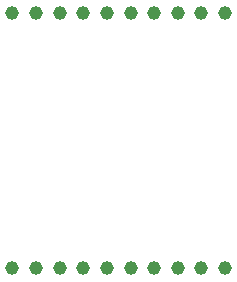
<source format=gbs>
G04 (created by PCBNEW (22-Jun-2014 BZR 4027)-stable) date Sat 31 Oct 2015 03:00:43 PM EET*
%MOIN*%
G04 Gerber Fmt 3.4, Leading zero omitted, Abs format*
%FSLAX34Y34*%
G01*
G70*
G90*
G04 APERTURE LIST*
%ADD10C,0.00590551*%
%ADD11C,0.0452756*%
G04 APERTURE END LIST*
G54D10*
G54D11*
X44423Y-38096D03*
X43635Y-38096D03*
X42848Y-38096D03*
X42061Y-38096D03*
X41273Y-38096D03*
X40486Y-38096D03*
X39698Y-38096D03*
X38911Y-38096D03*
X38124Y-38096D03*
X37336Y-38096D03*
X44423Y-46600D03*
X43635Y-46600D03*
X42848Y-46600D03*
X42061Y-46600D03*
X41273Y-46600D03*
X40486Y-46600D03*
X39698Y-46600D03*
X38911Y-46600D03*
X38124Y-46600D03*
X37336Y-46600D03*
M02*

</source>
